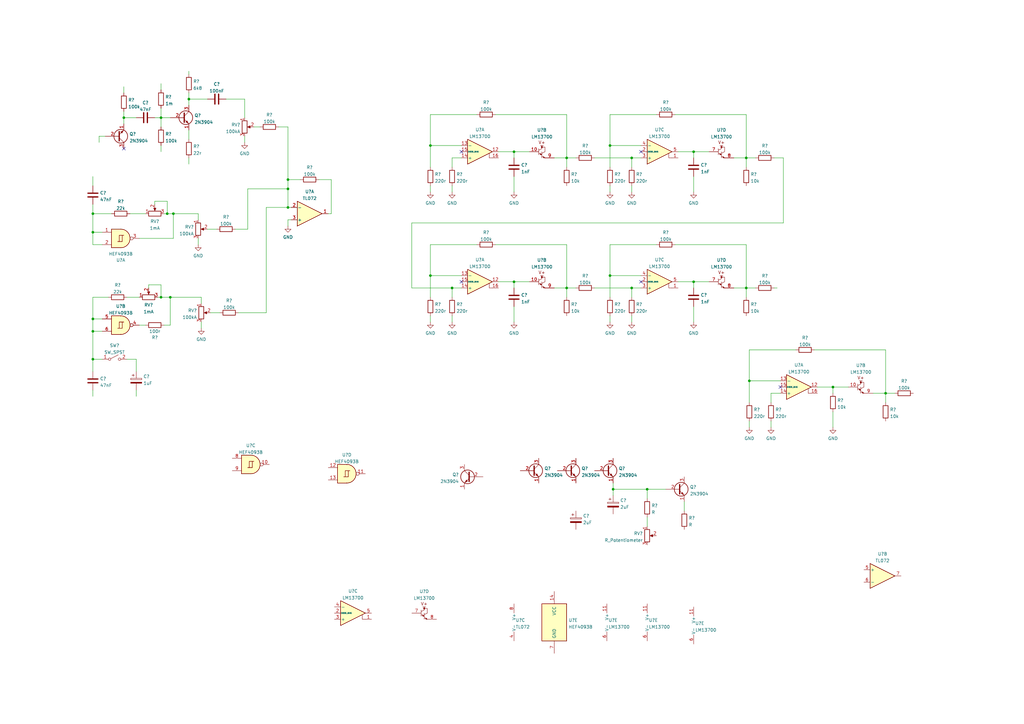
<source format=kicad_sch>
(kicad_sch (version 20211123) (generator eeschema)
  (paper "A3")
  (lib_symbols
    (symbol "4xxx:HEF4093B" (pin_names (offset 1.016))
      (property "Reference" "U" (at 0 1.27 0))
      (property "Value" "HEF4093B" (at 0 -1.27 0))
      (symbol "HEF4093B_1_0"
        (polyline (pts (xy -0.635 -1.27) (xy -0.635 1.27) (xy 0.635 1.27)))
        (polyline (pts (xy -0.635 -1.27) (xy -0.635 1.27) (xy 0.635 1.27)))
        (polyline (pts (xy -1.27 -1.27) (xy 0.635 -1.27) (xy 0.635 1.27) (xy 1.27 1.27)))
        (polyline (pts (xy -1.27 -1.27) (xy 0.635 -1.27) (xy 0.635 1.27) (xy 1.27 1.27)))
      )
      (symbol "HEF4093B_1_1"
        (arc (start 0 -3.81) (mid 3.81 0) (end 0 3.81) (stroke (width 0.254)) (fill (type background)))
        (polyline (pts (xy 0 3.81) (xy -3.81 3.81) (xy -3.81 -3.81) (xy 0 -3.81)) (stroke (width 0.254)) (fill (type background)))
        (pin input line (at -7.62 2.54 0) (length 3.81) (name "~") (number "1"))
        (pin input line (at -7.62 -2.54 0) (length 3.81) (name "~") (number "2"))
        (pin output inverted (at 7.62 0 180) (length 3.81) (name "~") (number "3"))
      )
      (symbol "HEF4093B_1_2"
        (arc (start -3.81 -3.81) (mid -2.589 0) (end -3.81 3.81) (stroke (width 0.254)))
        (arc (start -0.6096 -3.81) (mid 2.1855 -2.584) (end 3.81 0) (stroke (width 0.254)) (fill (type background)))
        (polyline (pts (xy -3.81 -3.81) (xy -0.635 -3.81)) (stroke (width 0.254)) (fill (type background)))
        (polyline (pts (xy -3.81 3.81) (xy -0.635 3.81)) (stroke (width 0.254)) (fill (type background)))
        (polyline (pts (xy -0.635 3.81) (xy -3.81 3.81) (xy -3.81 3.81) (xy -3.556 3.4036) (xy -3.0226 2.2606) (xy -2.6924 1.0414) (xy -2.6162 -0.254) (xy -2.7686 -1.4986) (xy -3.175 -2.7178) (xy -3.81 -3.81) (xy -3.81 -3.81) (xy -0.635 -3.81)) (stroke (width -25.4)) (fill (type background)))
        (arc (start 3.81 0) (mid 2.1928 2.5925) (end -0.6096 3.81) (stroke (width 0.254)) (fill (type background)))
        (pin input inverted (at -7.62 2.54 0) (length 4.318) (name "~") (number "1"))
        (pin input inverted (at -7.62 -2.54 0) (length 4.318) (name "~") (number "2"))
        (pin output line (at 7.62 0 180) (length 3.81) (name "~") (number "3"))
      )
      (symbol "HEF4093B_2_0"
        (polyline (pts (xy -0.635 -1.27) (xy -0.635 1.27) (xy 0.635 1.27)))
        (polyline (pts (xy -0.635 -1.27) (xy -0.635 1.27) (xy 0.635 1.27)))
        (polyline (pts (xy -1.27 -1.27) (xy 0.635 -1.27) (xy 0.635 1.27) (xy 1.27 1.27)))
        (polyline (pts (xy -1.27 -1.27) (xy 0.635 -1.27) (xy 0.635 1.27) (xy 1.27 1.27)))
      )
      (symbol "HEF4093B_2_1"
        (arc (start 0 -3.81) (mid 3.81 0) (end 0 3.81) (stroke (width 0.254)) (fill (type background)))
        (polyline (pts (xy 0 3.81) (xy -3.81 3.81) (xy -3.81 -3.81) (xy 0 -3.81)) (stroke (width 0.254)) (fill (type background)))
        (pin output inverted (at 7.62 0 180) (length 3.81) (name "~") (number "4"))
        (pin input line (at -7.62 2.54 0) (length 3.81) (name "~") (number "5"))
        (pin input line (at -7.62 -2.54 0) (length 3.81) (name "~") (number "6"))
      )
      (symbol "HEF4093B_2_2"
        (arc (start -3.81 -3.81) (mid -2.589 0) (end -3.81 3.81) (stroke (width 0.254)))
        (arc (start -0.6096 -3.81) (mid 2.1855 -2.584) (end 3.81 0) (stroke (width 0.254)) (fill (type background)))
        (polyline (pts (xy -3.81 -3.81) (xy -0.635 -3.81)) (stroke (width 0.254)) (fill (type background)))
        (polyline (pts (xy -3.81 3.81) (xy -0.635 3.81)) (stroke (width 0.254)) (fill (type background)))
        (polyline (pts (xy -0.635 3.81) (xy -3.81 3.81) (xy -3.81 3.81) (xy -3.556 3.4036) (xy -3.0226 2.2606) (xy -2.6924 1.0414) (xy -2.6162 -0.254) (xy -2.7686 -1.4986) (xy -3.175 -2.7178) (xy -3.81 -3.81) (xy -3.81 -3.81) (xy -0.635 -3.81)) (stroke (width -25.4)) (fill (type background)))
        (arc (start 3.81 0) (mid 2.1928 2.5925) (end -0.6096 3.81) (stroke (width 0.254)) (fill (type background)))
        (pin output line (at 7.62 0 180) (length 3.81) (name "~") (number "4"))
        (pin input inverted (at -7.62 2.54 0) (length 4.318) (name "~") (number "5"))
        (pin input inverted (at -7.62 -2.54 0) (length 4.318) (name "~") (number "6"))
      )
      (symbol "HEF4093B_3_0"
        (polyline (pts (xy -0.635 -1.27) (xy -0.635 1.27) (xy 0.635 1.27)))
        (polyline (pts (xy -0.635 -1.27) (xy -0.635 1.27) (xy 0.635 1.27)))
        (polyline (pts (xy -1.27 -1.27) (xy 0.635 -1.27) (xy 0.635 1.27) (xy 1.27 1.27)))
        (polyline (pts (xy -1.27 -1.27) (xy 0.635 -1.27) (xy 0.635 1.27) (xy 1.27 1.27)))
      )
      (symbol "HEF4093B_3_1"
        (arc (start 0 -3.81) (mid 3.81 0) (end 0 3.81) (stroke (width 0.254)) (fill (type background)))
        (polyline (pts (xy 0 3.81) (xy -3.81 3.81) (xy -3.81 -3.81) (xy 0 -3.81)) (stroke (width 0.254)) (fill (type background)))
        (pin output inverted (at 7.62 0 180) (length 3.81) (name "~") (number "10"))
        (pin input line (at -7.62 2.54 0) (length 3.81) (name "~") (number "8"))
        (pin input line (at -7.62 -2.54 0) (length 3.81) (name "~") (number "9"))
      )
      (symbol "HEF4093B_3_2"
        (arc (start -3.81 -3.81) (mid -2.589 0) (end -3.81 3.81) (stroke (width 0.254)))
        (arc (start -0.6096 -3.81) (mid 2.1855 -2.584) (end 3.81 0) (stroke (width 0.254)) (fill (type background)))
        (polyline (pts (xy -3.81 -3.81) (xy -0.635 -3.81)) (stroke (width 0.254)) (fill (type background)))
        (polyline (pts (xy -3.81 3.81) (xy -0.635 3.81)) (stroke (width 0.254)) (fill (type background)))
        (polyline (pts (xy -0.635 3.81) (xy -3.81 3.81) (xy -3.81 3.81) (xy -3.556 3.4036) (xy -3.0226 2.2606) (xy -2.6924 1.0414) (xy -2.6162 -0.254) (xy -2.7686 -1.4986) (xy -3.175 -2.7178) (xy -3.81 -3.81) (xy -3.81 -3.81) (xy -0.635 -3.81)) (stroke (width -25.4)) (fill (type background)))
        (arc (start 3.81 0) (mid 2.1928 2.5925) (end -0.6096 3.81) (stroke (width 0.254)) (fill (type background)))
        (pin output line (at 7.62 0 180) (length 3.81) (name "~") (number "10"))
        (pin input inverted (at -7.62 2.54 0) (length 4.318) (name "~") (number "8"))
        (pin input inverted (at -7.62 -2.54 0) (length 4.318) (name "~") (number "9"))
      )
      (symbol "HEF4093B_4_0"
        (polyline (pts (xy -0.635 -1.27) (xy -0.635 1.27) (xy 0.635 1.27)))
        (polyline (pts (xy -0.635 -1.27) (xy -0.635 1.27) (xy 0.635 1.27)))
        (polyline (pts (xy -1.27 -1.27) (xy 0.635 -1.27) (xy 0.635 1.27) (xy 1.27 1.27)))
        (polyline (pts (xy -1.27 -1.27) (xy 0.635 -1.27) (xy 0.635 1.27) (xy 1.27 1.27)))
      )
      (symbol "HEF4093B_4_1"
        (arc (start 0 -3.81) (mid 3.81 0) (end 0 3.81) (stroke (width 0.254)) (fill (type background)))
        (polyline (pts (xy 0 3.81) (xy -3.81 3.81) (xy -3.81 -3.81) (xy 0 -3.81)) (stroke (width 0.254)) (fill (type background)))
        (pin output inverted (at 7.62 0 180) (length 3.81) (name "~") (number "11"))
        (pin input line (at -7.62 2.54 0) (length 3.81) (name "~") (number "12"))
        (pin input line (at -7.62 -2.54 0) (length 3.81) (name "~") (number "13"))
      )
      (symbol "HEF4093B_4_2"
        (arc (start -3.81 -3.81) (mid -2.589 0) (end -3.81 3.81) (stroke (width 0.254)))
        (arc (start -0.6096 -3.81) (mid 2.1855 -2.584) (end 3.81 0) (stroke (width 0.254)) (fill (type background)))
        (polyline (pts (xy -3.81 -3.81) (xy -0.635 -3.81)) (stroke (width 0.254)) (fill (type background)))
        (polyline (pts (xy -3.81 3.81) (xy -0.635 3.81)) (stroke (width 0.254)) (fill (type background)))
        (polyline (pts (xy -0.635 3.81) (xy -3.81 3.81) (xy -3.81 3.81) (xy -3.556 3.4036) (xy -3.0226 2.2606) (xy -2.6924 1.0414) (xy -2.6162 -0.254) (xy -2.7686 -1.4986) (xy -3.175 -2.7178) (xy -3.81 -3.81) (xy -3.81 -3.81) (xy -0.635 -3.81)) (stroke (width -25.4)) (fill (type background)))
        (arc (start 3.81 0) (mid 2.1928 2.5925) (end -0.6096 3.81) (stroke (width 0.254)) (fill (type background)))
        (pin output line (at 7.62 0 180) (length 3.81) (name "~") (number "11"))
        (pin input inverted (at -7.62 2.54 0) (length 4.318) (name "~") (number "12"))
        (pin input inverted (at -7.62 -2.54 0) (length 4.318) (name "~") (number "13"))
      )
      (symbol "HEF4093B_5_0"
        (pin power_in line (at 0 12.7 270) (length 5.08) (name "VCC") (number "14"))
        (pin power_in line (at 0 -12.7 90) (length 5.08) (name "GND") (number "7"))
      )
      (symbol "HEF4093B_5_1"
        (rectangle (start -5.08 7.62) (end 5.08 -7.62) (stroke (width 0.254)) (fill (type background)))
      )
    )
    (symbol "Amplifier_Operational:LM13700" (pin_names (offset 0.127))
      (property "Reference" "U" (at 3.81 5.08 0))
      (property "Value" "LM13700" (at 5.08 -5.08 0))
      (symbol "LM13700_1_1"
        (polyline (pts (xy 3.81 -0.635) (xy 3.81 -2.54) (xy 5.08 -2.54)))
        (polyline (pts (xy 5.08 0) (xy -5.08 -5.08) (xy -5.08 5.08) (xy 5.08 0)) (stroke (width 0.254)) (fill (type background)))
        (pin output line (at 7.62 0 180) (length 2.54) (name "~") (number "12"))
        (pin input line (at -7.62 2.54 0) (length 2.54) (name "-") (number "13"))
        (pin input line (at -7.62 -2.54 0) (length 2.54) (name "+") (number "14"))
        (pin input line (at -7.62 0 0) (length 2.54) (name "DIODE_BIAS") (number "15"))
        (pin input line (at 7.62 -2.54 180) (length 2.54) (name "~") (number "16"))
      )
      (symbol "LM13700_2_0"
        (polyline (pts (xy -1.905 2.54) (xy -3.175 2.54)))
      )
      (symbol "LM13700_2_1"
        (circle (center -2.54 1.905) (radius 0.254) (stroke (width 0.254)) (fill (type outline)))
        (polyline (pts (xy -3.81 -0.635) (xy -2.54 -1.27)))
        (polyline (pts (xy -3.81 1.27) (xy -3.81 -1.27)))
        (polyline (pts (xy -2.54 -1.905) (xy -1.27 -2.54)))
        (polyline (pts (xy -2.54 0) (xy -2.54 -2.54)))
        (polyline (pts (xy -3.81 0.635) (xy -2.54 1.27) (xy -2.54 1.905) (xy -2.54 2.54)))
        (polyline (pts (xy -2.54 -1.27) (xy -3.175 -0.635) (xy -3.175 -1.27) (xy -2.54 -1.27)) (fill (type outline)))
        (polyline (pts (xy -2.54 -0.635) (xy -1.27 0) (xy -1.27 1.905) (xy -2.54 1.905)))
        (polyline (pts (xy -1.27 -2.54) (xy -1.905 -1.905) (xy -1.905 -2.54) (xy -1.27 -2.54)) (fill (type outline)))
        (text "V+" (at -2.54 3.81 0) (effects (font (size 1.27 1.27))))
        (pin input line (at -7.62 0 0) (length 3.81) (name "~") (number "10"))
        (pin output line (at 2.54 -2.54 180) (length 3.81) (name "~") (number "9"))
      )
      (symbol "LM13700_3_1"
        (polyline (pts (xy 3.81 -0.635) (xy 3.81 -2.54) (xy 5.08 -2.54)))
        (polyline (pts (xy 5.08 0) (xy -5.08 -5.08) (xy -5.08 5.08) (xy 5.08 0)) (stroke (width 0.254)) (fill (type background)))
        (pin input line (at 7.62 -2.54 180) (length 2.54) (name "~") (number "1"))
        (pin input line (at -7.62 0 0) (length 2.54) (name "DIODE_BIAS") (number "2"))
        (pin input line (at -7.62 -2.54 0) (length 2.54) (name "+") (number "3"))
        (pin input line (at -7.62 2.54 0) (length 2.54) (name "-") (number "4"))
        (pin output line (at 7.62 0 180) (length 2.54) (name "~") (number "5"))
      )
      (symbol "LM13700_4_0"
        (polyline (pts (xy -3.175 2.54) (xy -1.905 2.54)))
        (text "V+" (at -2.54 3.81 0) (effects (font (size 1.27 1.27))))
      )
      (symbol "LM13700_4_1"
        (circle (center -2.54 1.905) (radius 0.254) (stroke (width 0.254)) (fill (type outline)))
        (polyline (pts (xy -3.81 -0.635) (xy -2.54 -1.27)))
        (polyline (pts (xy -3.81 1.27) (xy -3.81 -1.27)))
        (polyline (pts (xy -2.54 -1.905) (xy -1.27 -2.54)))
        (polyline (pts (xy -2.54 0) (xy -2.54 -2.54)))
        (polyline (pts (xy -3.81 0.635) (xy -2.54 1.27) (xy -2.54 2.54)))
        (polyline (pts (xy -2.54 -1.27) (xy -3.175 -0.635) (xy -3.175 -1.27) (xy -2.54 -1.27)) (fill (type outline)))
        (polyline (pts (xy -2.54 -0.635) (xy -1.27 0) (xy -1.27 1.905) (xy -2.54 1.905)))
        (polyline (pts (xy -1.27 -2.54) (xy -1.905 -1.905) (xy -1.905 -2.54) (xy -1.27 -2.54)) (fill (type outline)))
        (pin input line (at -7.62 0 0) (length 3.81) (name "~") (number "7"))
        (pin output line (at 2.54 -2.54 180) (length 3.81) (name "~") (number "8"))
      )
      (symbol "LM13700_5_1"
        (pin power_in line (at -2.54 7.62 270) (length 3.81) (name "V+") (number "11"))
        (pin power_in line (at -2.54 -7.62 90) (length 3.81) (name "V-") (number "6"))
      )
    )
    (symbol "Amplifier_Operational:TL072" (pin_names (offset 0.127))
      (property "Reference" "U" (at 0 5.08 0))
      (property "Value" "TL072" (at 0 -5.08 0))
      (symbol "TL072_1_1"
        (polyline (pts (xy -5.08 5.08) (xy 5.08 0) (xy -5.08 -5.08) (xy -5.08 5.08)) (stroke (width 0.254)) (fill (type background)))
        (pin output line (at 7.62 0 180) (length 2.54) (name "~") (number "1"))
        (pin input line (at -7.62 -2.54 0) (length 2.54) (name "-") (number "2"))
        (pin input line (at -7.62 2.54 0) (length 2.54) (name "+") (number "3"))
      )
      (symbol "TL072_2_1"
        (polyline (pts (xy -5.08 5.08) (xy 5.08 0) (xy -5.08 -5.08) (xy -5.08 5.08)) (stroke (width 0.254)) (fill (type background)))
        (pin input line (at -7.62 2.54 0) (length 2.54) (name "+") (number "5"))
        (pin input line (at -7.62 -2.54 0) (length 2.54) (name "-") (number "6"))
        (pin output line (at 7.62 0 180) (length 2.54) (name "~") (number "7"))
      )
      (symbol "TL072_3_1"
        (pin power_in line (at -2.54 -7.62 90) (length 3.81) (name "V-") (number "4"))
        (pin power_in line (at -2.54 7.62 270) (length 3.81) (name "V+") (number "8"))
      )
    )
    (symbol "Device:C" (pin_numbers hide) (pin_names (offset 0.254))
      (property "Reference" "C" (at 0.635 2.54 0))
      (property "Value" "C" (at 0.635 -2.54 0))
      (symbol "C_0_1"
        (polyline (pts (xy -2.032 -0.762) (xy 2.032 -0.762)) (stroke (width 0.508)))
        (polyline (pts (xy -2.032 0.762) (xy 2.032 0.762)) (stroke (width 0.508)))
      )
      (symbol "C_1_1"
        (pin passive line (at 0 3.81 270) (length 2.794) (name "~") (number "1"))
        (pin passive line (at 0 -3.81 90) (length 2.794) (name "~") (number "2"))
      )
    )
    (symbol "Device:C_Polarized" (pin_numbers hide) (pin_names (offset 0.254))
      (property "Reference" "C" (at 0.635 2.54 0))
      (property "Value" "C_Polarized" (at 0.635 -2.54 0))
      (symbol "C_Polarized_0_1"
        (rectangle (start -2.286 0.508) (end 2.286 1.016))
        (polyline (pts (xy -1.778 2.286) (xy -0.762 2.286)))
        (polyline (pts (xy -1.27 2.794) (xy -1.27 1.778)))
        (rectangle (start 2.286 -0.508) (end -2.286 -1.016) (fill (type outline)))
      )
      (symbol "C_Polarized_1_1"
        (pin passive line (at 0 3.81 270) (length 2.794) (name "~") (number "1"))
        (pin passive line (at 0 -3.81 90) (length 2.794) (name "~") (number "2"))
      )
    )
    (symbol "Device:R" (pin_numbers hide) (pin_names (offset 0))
      (property "Reference" "R" (at 2.032 0 90))
      (property "Value" "R" (at 0 0 90))
      (symbol "R_0_1"
        (rectangle (start -1.016 -2.54) (end 1.016 2.54) (stroke (width 0.254)))
      )
      (symbol "R_1_1"
        (pin passive line (at 0 3.81 270) (length 1.27) (name "~") (number "1"))
        (pin passive line (at 0 -3.81 90) (length 1.27) (name "~") (number "2"))
      )
    )
    (symbol "Device:R_Potentiometer" (pin_names (offset 1.016) hide)
      (property "Reference" "RV" (at -4.445 0 90))
      (property "Value" "R_Potentiometer" (at -2.54 0 90))
      (symbol "R_Potentiometer_0_1"
        (polyline (pts (xy 2.54 0) (xy 1.524 0)))
        (polyline (pts (xy 1.143 0) (xy 2.286 0.508) (xy 2.286 -0.508) (xy 1.143 0)) (fill (type outline)))
        (rectangle (start 1.016 2.54) (end -1.016 -2.54) (stroke (width 0.254)))
      )
      (symbol "R_Potentiometer_1_1"
        (pin passive line (at 0 3.81 270) (length 1.27) (name "1") (number "1"))
        (pin passive line (at 3.81 0 180) (length 1.27) (name "2") (number "2"))
        (pin passive line (at 0 -3.81 90) (length 1.27) (name "3") (number "3"))
      )
    )
    (symbol "Switch:SW_SPST" (pin_names (offset 0) hide)
      (property "Reference" "SW" (at 0 3.175 0))
      (property "Value" "SW_SPST" (at 0 -2.54 0))
      (symbol "SW_SPST_0_0"
        (circle (center -2.032 0) (radius 0.508))
        (polyline (pts (xy -1.524 0.254) (xy 1.524 1.778)))
        (circle (center 2.032 0) (radius 0.508))
      )
      (symbol "SW_SPST_1_1"
        (pin passive line (at -5.08 0 0) (length 2.54) (name "A") (number "1"))
        (pin passive line (at 5.08 0 180) (length 2.54) (name "B") (number "2"))
      )
    )
    (symbol "Transistor_BJT:2N3904" (pin_names (offset 0) hide)
      (property "Reference" "Q" (at 5.08 1.905 0))
      (property "Value" "2N3904" (at 5.08 0 0))
      (symbol "2N3904_0_1"
        (polyline (pts (xy 0.635 0.635) (xy 2.54 2.54)))
        (polyline (pts (xy 0.635 -0.635) (xy 2.54 -2.54) (xy 2.54 -2.54)))
        (polyline (pts (xy 0.635 1.905) (xy 0.635 -1.905) (xy 0.635 -1.905)) (stroke (width 0.508)))
        (polyline (pts (xy 1.27 -1.778) (xy 1.778 -1.27) (xy 2.286 -2.286) (xy 1.27 -1.778) (xy 1.27 -1.778)) (fill (type outline)))
        (circle (center 1.27 0) (radius 2.8194) (stroke (width 0.254)))
      )
      (symbol "2N3904_1_1"
        (pin passive line (at 2.54 -5.08 90) (length 2.54) (name "E") (number "1"))
        (pin passive line (at -5.08 0 0) (length 5.715) (name "B") (number "2"))
        (pin passive line (at 2.54 5.08 270) (length 2.54) (name "C") (number "3"))
      )
    )
    (symbol "power:GND" (power) (pin_names (offset 0))
      (property "Value" "GND" (at 0 -3.81 0))
      (symbol "GND_0_1"
        (polyline (pts (xy 0 0) (xy 0 -1.27) (xy 1.27 -1.27) (xy 0 -2.54) (xy -1.27 -1.27) (xy 0 -1.27)))
      )
      (symbol "GND_1_1"
        (pin power_in line (at 0 0 270) (length 0) hide (name "GND") (number "1"))
      )
    )
  )
  (junction (at 185.42 118.11))
  (junction (at 176.53 113.03))
  (junction (at 118.11 73.66))
  (junction (at 66.04 121.92))
  (junction (at 38.1 87.63))
  (junction (at 306.07 64.77))
  (junction (at 68.58 87.63))
  (junction (at 232.41 118.11))
  (junction (at 306.07 118.11))
  (junction (at 71.12 87.63))
  (junction (at 259.08 64.77))
  (junction (at 77.47 40.64))
  (junction (at 38.1 135.89))
  (junction (at 259.08 118.11))
  (junction (at 251.46 200.66))
  (junction (at 250.19 113.03))
  (junction (at 363.22 161.29))
  (junction (at 66.04 48.26))
  (junction (at 210.82 62.23))
  (junction (at 38.1 147.32))
  (junction (at 284.48 115.57))
  (junction (at 69.85 121.92))
  (junction (at 210.82 115.57))
  (junction (at 232.41 64.77))
  (junction (at 284.48 62.23))
  (junction (at 250.19 59.69))
  (junction (at 38.1 95.25))
  (junction (at 38.1 130.81))
  (junction (at 341.63 158.75))
  (junction (at 118.11 85.09))
  (junction (at 50.8 48.26))
  (junction (at 265.43 200.66))
  (junction (at 176.53 59.69))
  (junction (at 307.34 156.21))
  (junction (at 118.11 77.47))
  (no_connect (at 320.04 158.75))
  (no_connect (at 189.23 62.23))
  (no_connect (at 189.23 115.57))
  (no_connect (at 262.89 115.57))
  (no_connect (at 262.89 62.23))
  (no_connect (at 50.8 60.96))
  (wire (pts (xy 77.47 64.77) (xy 77.47 67.31)))
  (wire (pts (xy 118.11 85.09) (xy 118.11 77.47)))
  (wire (pts (xy 119.38 90.17) (xy 118.11 90.17)))
  (wire (pts (xy 38.1 121.92) (xy 44.45 121.92)))
  (wire (pts (xy 40.64 55.88) (xy 40.64 58.42)))
  (wire (pts (xy 52.07 121.92) (xy 57.15 121.92)))
  (wire (pts (xy 50.8 35.56) (xy 50.8 38.1)))
  (wire (pts (xy 82.55 132.08) (xy 82.55 134.62)))
  (wire (pts (xy 38.1 152.4) (xy 38.1 147.32)))
  (wire (pts (xy 250.19 59.69) (xy 262.89 59.69)))
  (wire (pts (xy 66.04 34.29) (xy 66.04 36.83)))
  (wire (pts (xy 57.15 133.35) (xy 59.69 133.35)))
  (wire (pts (xy 265.43 200.66) (xy 251.46 200.66)))
  (wire (pts (xy 250.19 46.99) (xy 269.24 46.99)))
  (wire (pts (xy 96.52 93.98) (xy 101.6 93.98)))
  (wire (pts (xy 52.07 147.32) (xy 55.88 147.32)))
  (wire (pts (xy 210.82 72.39) (xy 210.82 78.74)))
  (wire (pts (xy 300.99 64.77) (xy 306.07 64.77)))
  (wire (pts (xy 250.19 121.92) (xy 250.19 113.03)))
  (wire (pts (xy 176.53 76.2) (xy 176.53 78.74)))
  (wire (pts (xy 307.34 165.1) (xy 307.34 156.21)))
  (wire (pts (xy 114.3 52.07) (xy 118.11 52.07)))
  (wire (pts (xy 38.1 160.02) (xy 38.1 162.56)))
  (wire (pts (xy 69.85 121.92) (xy 66.04 121.92)))
  (wire (pts (xy 307.34 156.21) (xy 320.04 156.21)))
  (wire (pts (xy 320.04 161.29) (xy 316.23 161.29)))
  (wire (pts (xy 50.8 45.72) (xy 50.8 48.26)))
  (wire (pts (xy 363.22 161.29) (xy 363.22 165.1)))
  (wire (pts (xy 363.22 161.29) (xy 367.03 161.29)))
  (wire (pts (xy 176.53 129.54) (xy 176.53 132.08)))
  (wire (pts (xy 316.23 161.29) (xy 316.23 165.1)))
  (wire (pts (xy 66.04 59.69) (xy 66.04 62.23)))
  (wire (pts (xy 210.82 62.23) (xy 210.82 64.77)))
  (wire (pts (xy 100.33 40.64) (xy 100.33 48.26)))
  (wire (pts (xy 53.34 87.63) (xy 59.69 87.63)))
  (wire (pts (xy 55.88 147.32) (xy 55.88 152.4)))
  (wire (pts (xy 38.1 130.81) (xy 41.91 130.81)))
  (wire (pts (xy 306.07 100.33) (xy 306.07 118.11)))
  (wire (pts (xy 38.1 147.32) (xy 41.91 147.32)))
  (wire (pts (xy 38.1 87.63) (xy 38.1 83.82)))
  (wire (pts (xy 68.58 82.55) (xy 68.58 87.63)))
  (wire (pts (xy 259.08 64.77) (xy 259.08 68.58)))
  (wire (pts (xy 38.1 130.81) (xy 38.1 121.92)))
  (wire (pts (xy 38.1 87.63) (xy 45.72 87.63)))
  (wire (pts (xy 176.53 113.03) (xy 189.23 113.03)))
  (wire (pts (xy 50.8 48.26) (xy 55.88 48.26)))
  (wire (pts (xy 341.63 158.75) (xy 347.98 158.75)))
  (wire (pts (xy 334.01 143.51) (xy 363.22 143.51)))
  (wire (pts (xy 210.82 125.73) (xy 210.82 132.08)))
  (wire (pts (xy 317.5 118.11) (xy 318.77 118.11)))
  (wire (pts (xy 265.43 200.66) (xy 265.43 204.47)))
  (wire (pts (xy 82.55 121.92) (xy 82.55 124.46)))
  (wire (pts (xy 250.19 59.69) (xy 250.19 46.99)))
  (wire (pts (xy 259.08 76.2) (xy 259.08 78.74)))
  (wire (pts (xy 69.85 121.92) (xy 82.55 121.92)))
  (wire (pts (xy 168.91 118.11) (xy 185.42 118.11)))
  (wire (pts (xy 38.1 100.33) (xy 41.91 100.33)))
  (wire (pts (xy 66.04 44.45) (xy 66.04 48.26)))
  (wire (pts (xy 262.89 64.77) (xy 259.08 64.77)))
  (wire (pts (xy 135.89 73.66) (xy 130.81 73.66)))
  (wire (pts (xy 307.34 172.72) (xy 307.34 175.26)))
  (wire (pts (xy 273.05 200.66) (xy 265.43 200.66)))
  (wire (pts (xy 204.47 115.57) (xy 210.82 115.57)))
  (wire (pts (xy 81.28 97.79) (xy 81.28 100.33)))
  (wire (pts (xy 321.31 64.77) (xy 321.31 91.44)))
  (wire (pts (xy 227.33 118.11) (xy 232.41 118.11)))
  (wire (pts (xy 306.07 64.77) (xy 309.88 64.77)))
  (wire (pts (xy 85.09 93.98) (xy 88.9 93.98)))
  (wire (pts (xy 203.2 100.33) (xy 232.41 100.33)))
  (wire (pts (xy 243.84 64.77) (xy 259.08 64.77)))
  (wire (pts (xy 100.33 55.88) (xy 100.33 58.42)))
  (wire (pts (xy 38.1 135.89) (xy 41.91 135.89)))
  (wire (pts (xy 118.11 77.47) (xy 118.11 73.66)))
  (wire (pts (xy 316.23 172.72) (xy 316.23 175.26)))
  (wire (pts (xy 284.48 72.39) (xy 284.48 78.74)))
  (wire (pts (xy 307.34 143.51) (xy 326.39 143.51)))
  (wire (pts (xy 284.48 62.23) (xy 284.48 64.77)))
  (wire (pts (xy 71.12 87.63) (xy 68.58 87.63)))
  (wire (pts (xy 60.96 116.84) (xy 66.04 116.84)))
  (wire (pts (xy 66.04 48.26) (xy 69.85 48.26)))
  (wire (pts (xy 109.22 85.09) (xy 118.11 85.09)))
  (wire (pts (xy 210.82 115.57) (xy 210.82 118.11)))
  (wire (pts (xy 232.41 64.77) (xy 236.22 64.77)))
  (wire (pts (xy 227.33 64.77) (xy 232.41 64.77)))
  (wire (pts (xy 251.46 200.66) (xy 251.46 203.2)))
  (wire (pts (xy 63.5 48.26) (xy 66.04 48.26)))
  (wire (pts (xy 259.08 129.54) (xy 259.08 132.08)))
  (wire (pts (xy 101.6 77.47) (xy 118.11 77.47)))
  (wire (pts (xy 185.42 64.77) (xy 185.42 68.58)))
  (wire (pts (xy 176.53 121.92) (xy 176.53 113.03)))
  (wire (pts (xy 68.58 87.63) (xy 67.31 87.63)))
  (wire (pts (xy 363.22 143.51) (xy 363.22 161.29)))
  (wire (pts (xy 43.18 55.88) (xy 40.64 55.88)))
  (wire (pts (xy 278.13 62.23) (xy 284.48 62.23)))
  (wire (pts (xy 92.71 40.64) (xy 100.33 40.64)))
  (wire (pts (xy 66.04 116.84) (xy 66.04 121.92)))
  (wire (pts (xy 63.5 83.82) (xy 63.5 82.55)))
  (wire (pts (xy 306.07 46.99) (xy 306.07 64.77)))
  (wire (pts (xy 284.48 125.73) (xy 284.48 132.08)))
  (wire (pts (xy 250.19 100.33) (xy 269.24 100.33)))
  (wire (pts (xy 306.07 118.11) (xy 309.88 118.11)))
  (wire (pts (xy 265.43 212.09) (xy 265.43 215.9)))
  (wire (pts (xy 232.41 64.77) (xy 232.41 68.58)))
  (wire (pts (xy 63.5 82.55) (xy 68.58 82.55)))
  (wire (pts (xy 250.19 113.03) (xy 262.89 113.03)))
  (wire (pts (xy 278.13 115.57) (xy 284.48 115.57)))
  (wire (pts (xy 67.31 133.35) (xy 69.85 133.35)))
  (wire (pts (xy 262.89 118.11) (xy 259.08 118.11)))
  (wire (pts (xy 60.96 118.11) (xy 60.96 116.84)))
  (wire (pts (xy 38.1 87.63) (xy 38.1 95.25)))
  (wire (pts (xy 176.53 59.69) (xy 176.53 46.99)))
  (wire (pts (xy 341.63 158.75) (xy 341.63 161.29)))
  (wire (pts (xy 321.31 91.44) (xy 168.91 91.44)))
  (wire (pts (xy 77.47 38.1) (xy 77.47 40.64)))
  (wire (pts (xy 176.53 46.99) (xy 195.58 46.99)))
  (wire (pts (xy 276.86 46.99) (xy 306.07 46.99)))
  (wire (pts (xy 189.23 64.77) (xy 185.42 64.77)))
  (wire (pts (xy 259.08 118.11) (xy 259.08 121.92)))
  (wire (pts (xy 97.79 128.27) (xy 109.22 128.27)))
  (wire (pts (xy 86.36 128.27) (xy 90.17 128.27)))
  (wire (pts (xy 119.38 85.09) (xy 118.11 85.09)))
  (wire (pts (xy 50.8 48.26) (xy 50.8 50.8)))
  (wire (pts (xy 300.99 118.11) (xy 306.07 118.11)))
  (wire (pts (xy 232.41 118.11) (xy 236.22 118.11)))
  (wire (pts (xy 168.91 91.44) (xy 168.91 118.11)))
  (wire (pts (xy 185.42 129.54) (xy 185.42 132.08)))
  (wire (pts (xy 284.48 115.57) (xy 290.83 115.57)))
  (wire (pts (xy 306.07 64.77) (xy 306.07 68.58)))
  (wire (pts (xy 71.12 97.79) (xy 71.12 87.63)))
  (wire (pts (xy 38.1 147.32) (xy 38.1 135.89)))
  (wire (pts (xy 81.28 87.63) (xy 81.28 90.17)))
  (wire (pts (xy 176.53 59.69) (xy 189.23 59.69)))
  (wire (pts (xy 104.14 52.07) (xy 106.68 52.07)))
  (wire (pts (xy 38.1 72.39) (xy 38.1 76.2)))
  (wire (pts (xy 176.53 100.33) (xy 195.58 100.33)))
  (wire (pts (xy 101.6 93.98) (xy 101.6 77.47)))
  (wire (pts (xy 243.84 118.11) (xy 259.08 118.11)))
  (wire (pts (xy 232.41 100.33) (xy 232.41 118.11)))
  (wire (pts (xy 250.19 76.2) (xy 250.19 78.74)))
  (wire (pts (xy 118.11 90.17) (xy 118.11 92.71)))
  (wire (pts (xy 284.48 115.57) (xy 284.48 118.11)))
  (wire (pts (xy 284.48 62.23) (xy 290.83 62.23)))
  (wire (pts (xy 203.2 46.99) (xy 232.41 46.99)))
  (wire (pts (xy 250.19 113.03) (xy 250.19 100.33)))
  (wire (pts (xy 210.82 62.23) (xy 217.17 62.23)))
  (wire (pts (xy 77.47 40.64) (xy 85.09 40.64)))
  (wire (pts (xy 66.04 48.26) (xy 66.04 52.07)))
  (wire (pts (xy 276.86 100.33) (xy 306.07 100.33)))
  (wire (pts (xy 232.41 118.11) (xy 232.41 121.92)))
  (wire (pts (xy 77.47 29.21) (xy 77.47 30.48)))
  (wire (pts (xy 317.5 64.77) (xy 321.31 64.77)))
  (wire (pts (xy 38.1 135.89) (xy 38.1 130.81)))
  (wire (pts (xy 134.62 87.63) (xy 135.89 87.63)))
  (wire (pts (xy 38.1 95.25) (xy 38.1 100.33)))
  (wire (pts (xy 280.67 205.74) (xy 280.67 209.55)))
  (wire (pts (xy 77.47 53.34) (xy 77.47 57.15)))
  (wire (pts (xy 109.22 128.27) (xy 109.22 85.09)))
  (wire (pts (xy 118.11 73.66) (xy 123.19 73.66)))
  (wire (pts (xy 232.41 46.99) (xy 232.41 64.77)))
  (wire (pts (xy 69.85 133.35) (xy 69.85 121.92)))
  (wire (pts (xy 250.19 68.58) (xy 250.19 59.69)))
  (wire (pts (xy 251.46 198.12) (xy 251.46 200.66)))
  (wire (pts (xy 118.11 52.07) (xy 118.11 73.66)))
  (wire (pts (xy 341.63 168.91) (xy 341.63 175.26)))
  (wire (pts (xy 66.04 121.92) (xy 64.77 121.92)))
  (wire (pts (xy 38.1 95.25) (xy 41.91 95.25)))
  (wire (pts (xy 250.19 129.54) (xy 250.19 132.08)))
  (wire (pts (xy 176.53 113.03) (xy 176.53 100.33)))
  (wire (pts (xy 335.28 158.75) (xy 341.63 158.75)))
  (wire (pts (xy 307.34 156.21) (xy 307.34 143.51)))
  (wire (pts (xy 135.89 87.63) (xy 135.89 73.66)))
  (wire (pts (xy 185.42 76.2) (xy 185.42 78.74)))
  (wire (pts (xy 55.88 160.02) (xy 55.88 162.56)))
  (wire (pts (xy 57.15 97.79) (xy 71.12 97.79)))
  (wire (pts (xy 71.12 87.63) (xy 81.28 87.63)))
  (wire (pts (xy 77.47 40.64) (xy 77.47 43.18)))
  (wire (pts (xy 176.53 68.58) (xy 176.53 59.69)))
  (wire (pts (xy 189.23 118.11) (xy 185.42 118.11)))
  (wire (pts (xy 210.82 115.57) (xy 217.17 115.57)))
  (wire (pts (xy 185.42 118.11) (xy 185.42 121.92)))
  (wire (pts (xy 306.07 118.11) (xy 306.07 121.92)))
  (wire (pts (xy 204.47 62.23) (xy 210.82 62.23)))
  (wire (pts (xy 358.14 161.29) (xy 363.22 161.29)))
  (symbol (lib_id "Transistor_BJT:2N3904") (at 193.04 195.58 0) (mirror y) (unit 1)
    (property "Reference" "Q?" (at 188.1887 194.6715 0) (effects (justify left)))
    (property "Value" "2N3904" (at 188.1887 197.4466 0) (effects (justify left)))
    (property "Footprint" "Package_TO_SOT_THT:TO-92_Inline" (effects hide))
    (property "Datasheet" "https://www.onsemi.com/pub/Collateral/2N3903-D.PDF" (effects hide))
  )
  (symbol (lib_id "Device:R") (at 50.8 41.91 0) (unit 1)
    (property "Reference" "R?" (at 52.578 41.0015 0) (effects (justify left)))
    (property "Value" "100k" (at 52.578 43.7766 0) (effects (justify left)))
  )
  (symbol (lib_id "power:GND") (at 250.19 78.74 0) (unit 1)
    (property "Reference" "#PWR?" (effects hide))
    (property "Value" "GND" (at 250.19 83.3025 0))
  )
  (symbol (lib_id "Device:R") (at 307.34 168.91 0) (unit 1)
    (property "Reference" "R?" (at 309.118 168.0015 0) (effects (justify left)))
    (property "Value" "220r" (at 309.118 170.7766 0) (effects (justify left)))
  )
  (symbol (lib_id "Device:C") (at 210.82 121.92 180) (unit 1)
    (property "Reference" "C?" (at 213.741 121.0115 0) (effects (justify right)))
    (property "Value" "1nF" (at 213.741 123.7866 0) (effects (justify right)))
  )
  (symbol (lib_id "Device:C") (at 88.9 40.64 90) (unit 1)
    (property "Reference" "C?" (at 88.9 34.5145 90))
    (property "Value" "100nF" (at 88.9 37.2896 90))
  )
  (symbol (lib_id "Transistor_BJT:2N3904") (at 218.44 193.04 0) (unit 1)
    (property "Reference" "Q?" (at 223.2914 192.1315 0) (effects (justify left)))
    (property "Value" "2N3904" (at 223.2914 194.9066 0) (effects (justify left)))
    (property "Footprint" "Package_TO_SOT_THT:TO-92_Inline" (effects hide))
    (property "Datasheet" "https://www.onsemi.com/pub/Collateral/2N3903-D.PDF" (effects hide))
  )
  (symbol (lib_id "Device:C_Polarized") (at 55.88 156.21 0) (unit 1)
    (property "Reference" "C?" (at 58.801 154.4125 0) (effects (justify left)))
    (property "Value" "1uF" (at 58.801 157.1876 0) (effects (justify left)))
  )
  (symbol (lib_id "power:GND") (at 185.42 132.08 0) (unit 1)
    (property "Reference" "#PWR?" (effects hide))
    (property "Value" "GND" (at 185.42 136.6425 0))
  )
  (symbol (lib_id "Amplifier_Operational:LM13700") (at 298.45 62.23 0) (unit 4)
    (property "Reference" "U?" (at 295.91 53.3199 0))
    (property "Value" "LM13700" (at 295.91 56.095 0))
    (property "Datasheet" "http://www.ti.com/lit/ds/symlink/lm13700.pdf" (effects hide))
  )
  (symbol (lib_id "Amplifier_Operational:LM13700") (at 251.46 255.27 0) (unit 5)
    (property "Reference" "U?" (at 249.555 254.3615 0) (effects (justify left)))
    (property "Value" "LM13700" (at 249.555 257.1366 0) (effects (justify left)))
    (property "Datasheet" "http://www.ti.com/lit/ds/symlink/lm13700.pdf" (effects hide))
  )
  (symbol (lib_id "Transistor_BJT:2N3904") (at 74.93 48.26 0) (unit 1)
    (property "Reference" "Q?" (at 79.7814 47.3515 0) (effects (justify left)))
    (property "Value" "2N3904" (at 79.7814 50.1266 0) (effects (justify left)))
    (property "Footprint" "Package_TO_SOT_THT:TO-92_Inline" (effects hide))
    (property "Datasheet" "https://www.onsemi.com/pub/Collateral/2N3903-D.PDF" (effects hide))
  )
  (symbol (lib_id "Device:R") (at 66.04 40.64 0) (unit 1)
    (property "Reference" "R?" (at 67.818 39.7315 0) (effects (justify left)))
    (property "Value" "1m" (at 67.818 42.5066 0) (effects (justify left)))
  )
  (symbol (lib_id "power:GND") (at 284.48 78.74 0) (unit 1)
    (property "Reference" "#PWR?" (effects hide))
    (property "Value" "GND" (at 284.48 83.3025 0))
  )
  (symbol (lib_id "Amplifier_Operational:LM13700") (at 224.79 62.23 0) (unit 2)
    (property "Reference" "U?" (at 222.25 53.3199 0))
    (property "Value" "LM13700" (at 222.25 56.095 0))
    (property "Datasheet" "http://www.ti.com/lit/ds/symlink/lm13700.pdf" (effects hide))
  )
  (symbol (lib_id "Device:R") (at 306.07 125.73 0) (unit 1)
    (property "Reference" "R?" (at 307.848 124.8215 0) (effects (justify left)))
    (property "Value" "10k" (at 307.848 127.5966 0) (effects (justify left)))
  )
  (symbol (lib_id "Amplifier_Operational:LM13700") (at 176.53 251.46 0) (unit 4)
    (property "Reference" "U?" (at 173.99 242.5499 0))
    (property "Value" "LM13700" (at 173.99 245.325 0))
    (property "Datasheet" "http://www.ti.com/lit/ds/symlink/lm13700.pdf" (effects hide))
  )
  (symbol (lib_id "Device:R") (at 240.03 64.77 90) (unit 1)
    (property "Reference" "R?" (at 240.03 59.7875 90))
    (property "Value" "100k" (at 240.03 62.5626 90))
  )
  (symbol (lib_id "Switch:SW_SPST") (at 46.99 147.32 0) (unit 1)
    (property "Reference" "SW?" (at 46.99 141.7025 0))
    (property "Value" "SW_SPST" (at 46.99 144.4776 0))
  )
  (symbol (lib_id "Device:R") (at 259.08 125.73 0) (unit 1)
    (property "Reference" "R?" (at 260.858 124.8215 0) (effects (justify left)))
    (property "Value" "220r" (at 260.858 127.5966 0) (effects (justify left)))
  )
  (symbol (lib_id "power:GND") (at 259.08 78.74 0) (unit 1)
    (property "Reference" "#PWR?" (effects hide))
    (property "Value" "GND" (at 259.08 83.3025 0))
  )
  (symbol (lib_id "Device:R") (at 199.39 46.99 90) (unit 1)
    (property "Reference" "R?" (at 199.39 42.0075 90))
    (property "Value" "100k" (at 199.39 44.7826 90))
  )
  (symbol (lib_id "Device:R") (at 92.71 93.98 90) (unit 1)
    (property "Reference" "R?" (at 92.71 88.9975 90))
    (property "Value" "100k" (at 92.71 91.7726 90))
  )
  (symbol (lib_id "Device:R") (at 110.49 52.07 90) (unit 1)
    (property "Reference" "R?" (at 110.49 47.0875 90))
    (property "Value" "100k" (at 110.49 49.8626 90))
  )
  (symbol (lib_id "Device:R") (at 363.22 168.91 0) (unit 1)
    (property "Reference" "R?" (at 364.998 168.0015 0) (effects (justify left)))
    (property "Value" "10k" (at 364.998 170.7766 0) (effects (justify left)))
  )
  (symbol (lib_id "Device:R_Potentiometer") (at 265.43 219.71 0) (unit 1)
    (property "Reference" "RV?" (at 263.6521 218.8015 0) (effects (justify right)))
    (property "Value" "R_Potentiometer" (at 263.6521 221.5766 0) (effects (justify right)))
  )
  (symbol (lib_id "Device:R") (at 77.47 34.29 0) (unit 1)
    (property "Reference" "R?" (at 79.248 33.3815 0) (effects (justify left)))
    (property "Value" "6k8" (at 79.248 36.1566 0) (effects (justify left)))
  )
  (symbol (lib_id "Device:R_Potentiometer") (at 100.33 52.07 0) (unit 1)
    (property "Reference" "RV?" (at 98.552 51.1615 0) (effects (justify right)))
    (property "Value" "100kA" (at 98.552 53.9366 0) (effects (justify right)))
  )
  (symbol (lib_id "power:GND") (at 100.33 58.42 0) (unit 1)
    (property "Reference" "#PWR?" (effects hide))
    (property "Value" "GND" (at 100.33 62.9825 0))
  )
  (symbol (lib_id "Amplifier_Operational:LM13700") (at 355.6 158.75 0) (unit 2)
    (property "Reference" "U?" (at 353.06 149.8399 0))
    (property "Value" "LM13700" (at 353.06 152.615 0))
    (property "Datasheet" "http://www.ti.com/lit/ds/symlink/lm13700.pdf" (effects hide))
  )
  (symbol (lib_id "Device:R") (at 232.41 125.73 0) (unit 1)
    (property "Reference" "R?" (at 234.188 124.8215 0) (effects (justify left)))
    (property "Value" "10k" (at 234.188 127.5966 0) (effects (justify left)))
  )
  (symbol (lib_id "Device:R_Potentiometer") (at 81.28 93.98 0) (unit 1)
    (property "Reference" "RV?" (at 79.502 93.0715 0) (effects (justify right)))
    (property "Value" "100kA" (at 79.502 95.8466 0) (effects (justify right)))
  )
  (symbol (lib_id "4xxx:HEF4093B") (at 49.53 97.79 0) (unit 1)
    (property "Reference" "U?" (at 49.53 106.68 0))
    (property "Value" "HEF4093B" (at 49.53 104.14 0))
    (property "Datasheet" "https://assets.nexperia.com/documents/data-sheet/HEF4093B.pdf" (effects hide))
  )
  (symbol (lib_id "Transistor_BJT:2N3904") (at 248.92 193.04 0) (unit 1)
    (property "Reference" "Q?" (at 253.7714 192.1315 0) (effects (justify left)))
    (property "Value" "2N3904" (at 253.7714 194.9066 0) (effects (justify left)))
    (property "Footprint" "Package_TO_SOT_THT:TO-92_Inline" (effects hide))
    (property "Datasheet" "https://www.onsemi.com/pub/Collateral/2N3903-D.PDF" (effects hide))
  )
  (symbol (lib_id "Amplifier_Operational:TL072") (at 127 87.63 0) (mirror x) (unit 1)
    (property "Reference" "U?" (at 127 78.5835 0))
    (property "Value" "TL072" (at 127 81.3586 0))
    (property "Datasheet" "http://www.ti.com/lit/ds/symlink/tl071.pdf" (effects hide))
  )
  (symbol (lib_id "power:GND") (at 316.23 175.26 0) (unit 1)
    (property "Reference" "#PWR?" (effects hide))
    (property "Value" "GND" (at 316.23 179.8225 0))
  )
  (symbol (lib_id "power:GND") (at 176.53 78.74 0) (unit 1)
    (property "Reference" "#PWR?" (effects hide))
    (property "Value" "GND" (at 176.53 83.3025 0))
  )
  (symbol (lib_id "Device:R") (at 176.53 125.73 0) (unit 1)
    (property "Reference" "R?" (at 178.308 124.8215 0) (effects (justify left)))
    (property "Value" "220r" (at 178.308 127.5966 0) (effects (justify left)))
  )
  (symbol (lib_id "Device:C") (at 284.48 121.92 180) (unit 1)
    (property "Reference" "C?" (at 287.401 121.0115 0) (effects (justify right)))
    (property "Value" "1nF" (at 287.401 123.7866 0) (effects (justify right)))
  )
  (symbol (lib_id "power:GND") (at 284.48 132.08 0) (unit 1)
    (property "Reference" "#PWR?" (effects hide))
    (property "Value" "GND" (at 284.48 136.6425 0))
  )
  (symbol (lib_id "Amplifier_Operational:LM13700") (at 144.78 251.46 0) (unit 3)
    (property "Reference" "U?" (at 144.78 242.4135 0))
    (property "Value" "LM13700" (at 144.78 245.1886 0))
    (property "Datasheet" "http://www.ti.com/lit/ds/symlink/lm13700.pdf" (effects hide))
  )
  (symbol (lib_id "Transistor_BJT:2N3904") (at 48.26 55.88 0) (mirror x) (unit 1)
    (property "Reference" "Q?" (at 53.1114 54.9715 0) (effects (justify left)))
    (property "Value" "2N3904" (at 53.1114 57.7466 0) (effects (justify left)))
    (property "Footprint" "Package_TO_SOT_THT:TO-92_Inline" (effects hide))
    (property "Datasheet" "https://www.onsemi.com/pub/Collateral/2N3903-D.PDF" (effects hide))
  )
  (symbol (lib_id "Amplifier_Operational:LM13700") (at 327.66 158.75 0) (unit 1)
    (property "Reference" "U?" (at 327.66 149.7035 0))
    (property "Value" "LM13700" (at 327.66 152.4786 0))
    (property "Datasheet" "http://www.ti.com/lit/ds/symlink/lm13700.pdf" (effects hide))
  )
  (symbol (lib_id "4xxx:HEF4093B") (at 102.87 190.5 0) (unit 3)
    (property "Reference" "U?" (at 102.87 182.7235 0))
    (property "Value" "HEF4093B" (at 102.87 185.4986 0))
    (property "Datasheet" "https://assets.nexperia.com/documents/data-sheet/HEF4093B.pdf" (effects hide))
  )
  (symbol (lib_id "power:GND") (at 210.82 78.74 0) (unit 1)
    (property "Reference" "#PWR?" (effects hide))
    (property "Value" "GND" (at 210.82 83.3025 0))
  )
  (symbol (lib_id "power:GND") (at 82.55 134.62 0) (unit 1)
    (property "Reference" "#PWR?" (effects hide))
    (property "Value" "GND" (at 82.55 139.1825 0))
  )
  (symbol (lib_id "Amplifier_Operational:LM13700") (at 298.45 115.57 0) (unit 4)
    (property "Reference" "U?" (at 295.91 106.6599 0))
    (property "Value" "LM13700" (at 295.91 109.435 0))
    (property "Datasheet" "http://www.ti.com/lit/ds/symlink/lm13700.pdf" (effects hide))
  )
  (symbol (lib_id "Device:R") (at 273.05 46.99 90) (unit 1)
    (property "Reference" "R?" (at 273.05 42.0075 90))
    (property "Value" "100k" (at 273.05 44.7826 90))
  )
  (symbol (lib_id "Device:R") (at 273.05 100.33 90) (unit 1)
    (property "Reference" "R?" (at 273.05 95.3475 90))
    (property "Value" "100k" (at 273.05 98.1226 90))
  )
  (symbol (lib_id "Amplifier_Operational:LM13700") (at 287.02 256.54 0) (unit 5)
    (property "Reference" "U?" (at 285.115 255.6315 0) (effects (justify left)))
    (property "Value" "LM13700" (at 285.115 258.4066 0) (effects (justify left)))
    (property "Datasheet" "http://www.ti.com/lit/ds/symlink/lm13700.pdf" (effects hide))
  )
  (symbol (lib_id "Device:R") (at 316.23 168.91 0) (unit 1)
    (property "Reference" "R?" (at 318.008 168.0015 0) (effects (justify left)))
    (property "Value" "220r" (at 318.008 170.7766 0) (effects (justify left)))
  )
  (symbol (lib_id "Amplifier_Operational:LM13700") (at 267.97 255.27 0) (unit 5)
    (property "Reference" "U?" (at 266.065 254.3615 0) (effects (justify left)))
    (property "Value" "LM13700" (at 266.065 257.1366 0) (effects (justify left)))
    (property "Datasheet" "http://www.ti.com/lit/ds/symlink/lm13700.pdf" (effects hide))
  )
  (symbol (lib_id "4xxx:HEF4093B") (at 142.24 194.31 0) (unit 4)
    (property "Reference" "U?" (at 142.24 186.5335 0))
    (property "Value" "HEF4093B" (at 142.24 189.3086 0))
    (property "Datasheet" "https://assets.nexperia.com/documents/data-sheet/HEF4093B.pdf" (effects hide))
  )
  (symbol (lib_id "power:GND") (at 341.63 175.26 0) (unit 1)
    (property "Reference" "#PWR?" (effects hide))
    (property "Value" "GND" (at 341.63 179.8225 0))
  )
  (symbol (lib_id "Amplifier_Operational:TL072") (at 213.36 255.27 0) (unit 3)
    (property "Reference" "U?" (at 211.455 254.3615 0) (effects (justify left)))
    (property "Value" "TL072" (at 211.455 257.1366 0) (effects (justify left)))
    (property "Datasheet" "http://www.ti.com/lit/ds/symlink/tl071.pdf" (effects hide))
  )
  (symbol (lib_id "Device:C") (at 59.69 48.26 90) (unit 1)
    (property "Reference" "C?" (at 59.69 42.1345 90))
    (property "Value" "47nF" (at 59.69 44.9096 90))
  )
  (symbol (lib_id "Device:R") (at 313.69 118.11 90) (unit 1)
    (property "Reference" "R?" (at 313.69 113.1275 90))
    (property "Value" "100k" (at 313.69 115.9026 90))
  )
  (symbol (lib_id "Amplifier_Operational:LM13700") (at 196.85 115.57 0) (unit 1)
    (property "Reference" "U?" (at 196.85 106.5235 0))
    (property "Value" "LM13700" (at 196.85 109.2986 0))
    (property "Datasheet" "http://www.ti.com/lit/ds/symlink/lm13700.pdf" (effects hide))
  )
  (symbol (lib_id "Device:R") (at 250.19 125.73 0) (unit 1)
    (property "Reference" "R?" (at 251.968 124.8215 0) (effects (justify left)))
    (property "Value" "220r" (at 251.968 127.5966 0) (effects (justify left)))
  )
  (symbol (lib_id "power:GND") (at 259.08 132.08 0) (unit 1)
    (property "Reference" "#PWR?" (effects hide))
    (property "Value" "GND" (at 259.08 136.6425 0))
  )
  (symbol (lib_id "Device:R") (at 259.08 72.39 0) (unit 1)
    (property "Reference" "R?" (at 260.858 71.4815 0) (effects (justify left)))
    (property "Value" "220r" (at 260.858 74.2566 0) (effects (justify left)))
  )
  (symbol (lib_id "Amplifier_Operational:LM13700") (at 270.51 62.23 0) (unit 3)
    (property "Reference" "U?" (at 270.51 53.1835 0))
    (property "Value" "LM13700" (at 270.51 55.9586 0))
    (property "Datasheet" "http://www.ti.com/lit/ds/symlink/lm13700.pdf" (effects hide))
  )
  (symbol (lib_id "Amplifier_Operational:LM13700") (at 224.79 115.57 0) (unit 2)
    (property "Reference" "U?" (at 222.25 106.6599 0))
    (property "Value" "LM13700" (at 222.25 109.435 0))
    (property "Datasheet" "http://www.ti.com/lit/ds/symlink/lm13700.pdf" (effects hide))
  )
  (symbol (lib_id "Device:R") (at 127 73.66 90) (unit 1)
    (property "Reference" "R?" (at 127 68.6775 90))
    (property "Value" "100k" (at 127 71.4526 90))
  )
  (symbol (lib_id "Device:R") (at 250.19 72.39 0) (unit 1)
    (property "Reference" "R?" (at 251.968 71.4815 0) (effects (justify left)))
    (property "Value" "220r" (at 251.968 74.2566 0) (effects (justify left)))
  )
  (symbol (lib_id "Device:C_Polarized") (at 236.22 213.36 0) (unit 1)
    (property "Reference" "C?" (at 239.141 211.5625 0) (effects (justify left)))
    (property "Value" "2uF" (at 239.141 214.3376 0) (effects (justify left)))
  )
  (symbol (lib_id "Transistor_BJT:2N3904") (at 233.68 193.04 0) (unit 1)
    (property "Reference" "Q?" (at 238.5314 192.1315 0) (effects (justify left)))
    (property "Value" "2N3904" (at 238.5314 194.9066 0) (effects (justify left)))
    (property "Footprint" "Package_TO_SOT_THT:TO-92_Inline" (effects hide))
    (property "Datasheet" "https://www.onsemi.com/pub/Collateral/2N3903-D.PDF" (effects hide))
  )
  (symbol (lib_id "Device:C") (at 210.82 68.58 180) (unit 1)
    (property "Reference" "C?" (at 213.741 67.6715 0) (effects (justify right)))
    (property "Value" "1nF" (at 213.741 70.4466 0) (effects (justify right)))
  )
  (symbol (lib_id "Amplifier_Operational:LM13700") (at 270.51 115.57 0) (unit 3)
    (property "Reference" "U?" (at 270.51 106.5235 0))
    (property "Value" "LM13700" (at 270.51 109.2986 0))
    (property "Datasheet" "http://www.ti.com/lit/ds/symlink/lm13700.pdf" (effects hide))
  )
  (symbol (lib_id "power:GND") (at 250.19 132.08 0) (unit 1)
    (property "Reference" "#PWR?" (effects hide))
    (property "Value" "GND" (at 250.19 136.6425 0))
  )
  (symbol (lib_id "Device:R") (at 176.53 72.39 0) (unit 1)
    (property "Reference" "R?" (at 178.308 71.4815 0) (effects (justify left)))
    (property "Value" "220r" (at 178.308 74.2566 0) (effects (justify left)))
  )
  (symbol (lib_id "Device:R") (at 185.42 72.39 0) (unit 1)
    (property "Reference" "R?" (at 187.198 71.4815 0) (effects (justify left)))
    (property "Value" "220r" (at 187.198 74.2566 0) (effects (justify left)))
  )
  (symbol (lib_id "power:GND") (at 307.34 175.26 0) (unit 1)
    (property "Reference" "#PWR?" (effects hide))
    (property "Value" "GND" (at 307.34 179.8225 0))
  )
  (symbol (lib_id "Device:R") (at 199.39 100.33 90) (unit 1)
    (property "Reference" "R?" (at 199.39 95.3475 90))
    (property "Value" "100k" (at 199.39 98.1226 90))
  )
  (symbol (lib_id "power:GND") (at 210.82 132.08 0) (unit 1)
    (property "Reference" "#PWR?" (effects hide))
    (property "Value" "GND" (at 210.82 136.6425 0))
  )
  (symbol (lib_id "Device:R") (at 330.2 143.51 90) (unit 1)
    (property "Reference" "R?" (at 330.2 138.5275 90))
    (property "Value" "100k" (at 330.2 141.3026 90))
  )
  (symbol (lib_id "power:GND") (at 118.11 92.71 0) (unit 1)
    (property "Reference" "#PWR?" (effects hide))
    (property "Value" "GND" (at 118.11 97.2725 0))
  )
  (symbol (lib_id "Device:C") (at 38.1 80.01 180) (unit 1)
    (property "Reference" "C?" (at 41.021 79.1015 0) (effects (justify right)))
    (property "Value" "47nF" (at 41.021 81.8766 0) (effects (justify right)))
  )
  (symbol (lib_id "Device:R_Potentiometer") (at 82.55 128.27 0) (unit 1)
    (property "Reference" "RV?" (at 80.772 127.3615 0) (effects (justify right)))
    (property "Value" "100kA" (at 80.772 130.1366 0) (effects (justify right)))
  )
  (symbol (lib_id "Device:R") (at 66.04 55.88 0) (unit 1)
    (property "Reference" "R?" (at 67.818 54.9715 0) (effects (justify left)))
    (property "Value" "100k" (at 67.818 57.7466 0) (effects (justify left)))
  )
  (symbol (lib_id "Device:R") (at 280.67 213.36 0) (unit 1)
    (property "Reference" "R?" (at 282.448 212.4515 0) (effects (justify left)))
    (property "Value" "R" (at 282.448 215.2266 0) (effects (justify left)))
  )
  (symbol (lib_id "power:GND") (at 81.28 100.33 0) (unit 1)
    (property "Reference" "#PWR?" (effects hide))
    (property "Value" "GND" (at 81.28 104.8925 0))
  )
  (symbol (lib_id "Transistor_BJT:2N3904") (at 278.13 200.66 0) (unit 1)
    (property "Reference" "Q?" (at 282.9814 199.7515 0) (effects (justify left)))
    (property "Value" "2N3904" (at 282.9814 202.5266 0) (effects (justify left)))
    (property "Footprint" "Package_TO_SOT_THT:TO-92_Inline" (effects hide))
    (property "Datasheet" "https://www.onsemi.com/pub/Collateral/2N3903-D.PDF" (effects hide))
  )
  (symbol (lib_id "Device:R") (at 77.47 60.96 0) (unit 1)
    (property "Reference" "R?" (at 79.248 60.0515 0) (effects (justify left)))
    (property "Value" "22r" (at 79.248 62.8266 0) (effects (justify left)))
  )
  (symbol (lib_id "Device:R") (at 240.03 118.11 90) (unit 1)
    (property "Reference" "R?" (at 240.03 113.1275 90))
    (property "Value" "100k" (at 240.03 115.9026 90))
  )
  (symbol (lib_id "Device:C_Polarized") (at 251.46 207.01 0) (unit 1)
    (property "Reference" "C?" (at 254.381 205.2125 0) (effects (justify left)))
    (property "Value" "2uF" (at 254.381 207.9876 0) (effects (justify left)))
  )
  (symbol (lib_id "power:GND") (at 176.53 132.08 0) (unit 1)
    (property "Reference" "#PWR?" (effects hide))
    (property "Value" "GND" (at 176.53 136.6425 0))
  )
  (symbol (lib_id "Amplifier_Operational:LM13700") (at 196.85 62.23 0) (unit 1)
    (property "Reference" "U?" (at 196.85 53.1835 0))
    (property "Value" "LM13700" (at 196.85 55.9586 0))
    (property "Datasheet" "http://www.ti.com/lit/ds/symlink/lm13700.pdf" (effects hide))
  )
  (symbol (lib_id "Device:R") (at 232.41 72.39 0) (unit 1)
    (property "Reference" "R?" (at 234.188 71.4815 0) (effects (justify left)))
    (property "Value" "10k" (at 234.188 74.2566 0) (effects (justify left)))
  )
  (symbol (lib_id "Device:R") (at 370.84 161.29 90) (unit 1)
    (property "Reference" "R?" (at 370.84 156.3075 90))
    (property "Value" "100k" (at 370.84 159.0826 90))
  )
  (symbol (lib_id "Device:R") (at 341.63 165.1 0) (unit 1)
    (property "Reference" "R?" (at 343.408 164.1915 0) (effects (justify left)))
    (property "Value" "10k" (at 343.408 166.9666 0) (effects (justify left)))
  )
  (symbol (lib_id "4xxx:HEF4093B") (at 227.33 255.27 0) (unit 5)
    (property "Reference" "U?" (at 233.172 254.3615 0) (effects (justify left)))
    (property "Value" "HEF4093B" (at 233.172 257.1366 0) (effects (justify left)))
    (property "Datasheet" "https://assets.nexperia.com/documents/data-sheet/HEF4093B.pdf" (effects hide))
  )
  (symbol (lib_id "Device:R") (at 185.42 125.73 0) (unit 1)
    (property "Reference" "R?" (at 187.198 124.8215 0) (effects (justify left)))
    (property "Value" "220r" (at 187.198 127.5966 0) (effects (justify left)))
  )
  (symbol (lib_id "4xxx:HEF4093B") (at 49.53 133.35 0) (unit 2)
    (property "Reference" "U?" (at 49.53 125.5735 0))
    (property "Value" "HEF4093B" (at 49.53 128.3486 0))
    (property "Datasheet" "https://assets.nexperia.com/documents/data-sheet/HEF4093B.pdf" (effects hide))
  )
  (symbol (lib_id "Amplifier_Operational:TL072") (at 361.95 236.22 0) (unit 2)
    (property "Reference" "U?" (at 361.95 227.1735 0))
    (property "Value" "TL072" (at 361.95 229.9486 0))
    (property "Datasheet" "http://www.ti.com/lit/ds/symlink/tl071.pdf" (effects hide))
  )
  (symbol (lib_id "Device:R") (at 313.69 64.77 90) (unit 1)
    (property "Reference" "R?" (at 313.69 59.7875 90))
    (property "Value" "100k" (at 313.69 62.5626 90))
  )
  (symbol (lib_id "Device:R") (at 63.5 133.35 90) (unit 1)
    (property "Reference" "R?" (at 63.5 138.43 90))
    (property "Value" "100r" (at 63.5 135.89 90))
  )
  (symbol (lib_id "Device:R") (at 265.43 208.28 0) (unit 1)
    (property "Reference" "R?" (at 267.208 207.3715 0) (effects (justify left)))
    (property "Value" "R" (at 267.208 210.1466 0) (effects (justify left)))
  )
  (symbol (lib_id "Device:R") (at 93.98 128.27 90) (unit 1)
    (property "Reference" "R?" (at 93.98 123.2875 90))
    (property "Value" "100k" (at 93.98 126.0626 90))
  )
  (symbol (lib_id "Device:C") (at 38.1 156.21 180) (unit 1)
    (property "Reference" "C?" (at 41.021 155.3015 0) (effects (justify right)))
    (property "Value" "47nF" (at 41.021 158.0766 0) (effects (justify right)))
  )
  (symbol (lib_id "Device:C") (at 284.48 68.58 180) (unit 1)
    (property "Reference" "C?" (at 287.401 67.6715 0) (effects (justify right)))
    (property "Value" "1nF" (at 287.401 70.4466 0) (effects (justify right)))
  )
  (symbol (lib_id "Device:R") (at 306.07 72.39 0) (unit 1)
    (property "Reference" "R?" (at 307.848 71.4815 0) (effects (justify left)))
    (property "Value" "10k" (at 307.848 74.2566 0) (effects (justify left)))
  )
  (symbol (lib_id "power:GND") (at 185.42 78.74 0) (unit 1)
    (property "Reference" "#PWR?" (effects hide))
    (property "Value" "GND" (at 185.42 83.3025 0))
  )
  (symbol (lib_id "Device:R") (at 49.53 87.63 90) (unit 1)
    (property "Reference" "R?" (at 49.53 82.6475 90))
    (property "Value" "22k" (at 49.53 85.4226 90))
  )
  (symbol (lib_id "Device:R_Potentiometer") (at 63.5 87.63 90) (unit 1)
    (property "Reference" "RV?" (at 63.5 90.7955 90))
    (property "Value" "1mA" (at 63.5 93.5706 90))
  )
  (symbol (lib_id "Device:R") (at 48.26 121.92 90) (unit 1)
    (property "Reference" "R?" (at 48.26 116.9375 90))
    (property "Value" "22k" (at 48.26 119.7126 90))
  )
  (symbol (lib_id "Device:R_Potentiometer") (at 60.96 121.92 90) (unit 1)
    (property "Reference" "RV?" (at 60.96 125.0855 90))
    (property "Value" "1mA" (at 60.96 127.8606 90))
  )
)
</source>
